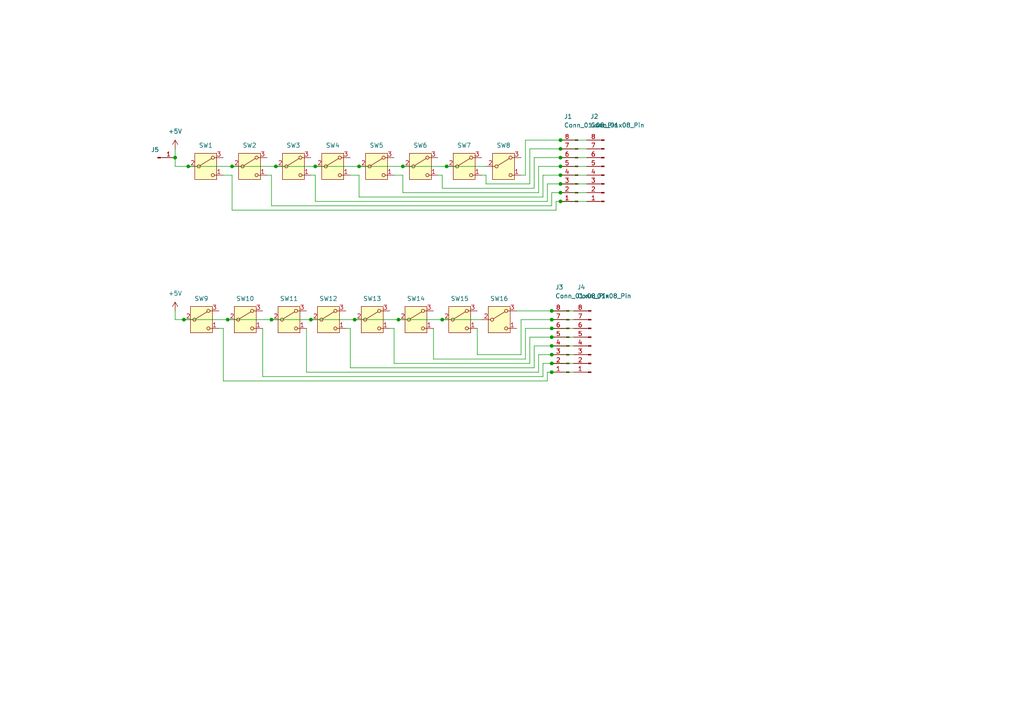
<source format=kicad_sch>
(kicad_sch (version 20250114) (generator "eeschema") (generator_version "9.0")
  (paper "A4")
  (lib_symbols
    (symbol "Connector:Conn_01x01_Pin" (pin_names (offset 1.016) (hide yes))
      (property "Reference" "J" (at 0 2.54 0))
      (property "Value" "Conn_01x01_Pin" (at 0 -2.54 0))
      (symbol "Conn_01x01_Pin_1_1"
        (rectangle (start 0.8636 0.127) (end 0 -0.127) (stroke (width 0.1524)) (fill (type outline)))
        (polyline (pts (xy 1.27 0) (xy 0.8636 0)) (stroke (width 0.1524)))
        (pin passive line (at 5.08 0 180) (length 3.81) (name "Pin_1") (number "1"))
      )
    )
    (symbol "Connector:Conn_01x08_Pin" (pin_names (offset 1.016) (hide yes))
      (property "Reference" "J" (at 0 10.16 0))
      (property "Value" "Conn_01x08_Pin" (at 0 -12.7 0))
      (symbol "Conn_01x08_Pin_1_1"
        (rectangle (start 0.8636 7.747) (end 0 7.493) (stroke (width 0.1524)) (fill (type outline)))
        (rectangle (start 0.8636 5.207) (end 0 4.953) (stroke (width 0.1524)) (fill (type outline)))
        (rectangle (start 0.8636 2.667) (end 0 2.413) (stroke (width 0.1524)) (fill (type outline)))
        (rectangle (start 0.8636 0.127) (end 0 -0.127) (stroke (width 0.1524)) (fill (type outline)))
        (rectangle (start 0.8636 -2.413) (end 0 -2.667) (stroke (width 0.1524)) (fill (type outline)))
        (rectangle (start 0.8636 -4.953) (end 0 -5.207) (stroke (width 0.1524)) (fill (type outline)))
        (rectangle (start 0.8636 -7.493) (end 0 -7.747) (stroke (width 0.1524)) (fill (type outline)))
        (rectangle (start 0.8636 -10.033) (end 0 -10.287) (stroke (width 0.1524)) (fill (type outline)))
        (polyline (pts (xy 1.27 7.62) (xy 0.8636 7.62)) (stroke (width 0.1524)))
        (polyline (pts (xy 1.27 5.08) (xy 0.8636 5.08)) (stroke (width 0.1524)))
        (polyline (pts (xy 1.27 2.54) (xy 0.8636 2.54)) (stroke (width 0.1524)))
        (polyline (pts (xy 1.27 0) (xy 0.8636 0)) (stroke (width 0.1524)))
        (polyline (pts (xy 1.27 -2.54) (xy 0.8636 -2.54)) (stroke (width 0.1524)))
        (polyline (pts (xy 1.27 -5.08) (xy 0.8636 -5.08)) (stroke (width 0.1524)))
        (polyline (pts (xy 1.27 -7.62) (xy 0.8636 -7.62)) (stroke (width 0.1524)))
        (polyline (pts (xy 1.27 -10.16) (xy 0.8636 -10.16)) (stroke (width 0.1524)))
        (pin passive line (at 5.08 7.62 180) (length 3.81) (name "Pin_1") (number "1"))
        (pin passive line (at 5.08 5.08 180) (length 3.81) (name "Pin_2") (number "2"))
        (pin passive line (at 5.08 2.54 180) (length 3.81) (name "Pin_3") (number "3"))
        (pin passive line (at 5.08 0 180) (length 3.81) (name "Pin_4") (number "4"))
        (pin passive line (at 5.08 -2.54 180) (length 3.81) (name "Pin_5") (number "5"))
        (pin passive line (at 5.08 -5.08 180) (length 3.81) (name "Pin_6") (number "6"))
        (pin passive line (at 5.08 -7.62 180) (length 3.81) (name "Pin_7") (number "7"))
        (pin passive line (at 5.08 -10.16 180) (length 3.81) (name "Pin_8") (number "8"))
      )
    )
    (symbol "Switch:SW_Nidec_CAS-120A1" (pin_names (offset 1) (hide yes))
      (property "Reference" "SW" (at 0 4.318 0))
      (property "Value" "SW_Nidec_CAS-120A1" (at 0 -5.08 0))
      (symbol "SW_Nidec_CAS-120A1_0_1"
        (circle (center -2.032 0) (radius 0.4572))
        (polyline (pts (xy -1.651 0.254) (xy 1.651 2.286)))
        (circle (center 2.032 2.54) (radius 0.4572))
        (circle (center 2.032 -2.54) (radius 0.4572))
      )
      (symbol "SW_Nidec_CAS-120A1_1_1"
        (rectangle (start -3.175 3.81) (end 3.175 -3.81) (fill (type background)))
        (pin passive line (at -5.08 0 0) (length 2.54) (name "B") (number "2"))
        (pin passive line (at 5.08 2.54 180) (length 2.54) (name "A") (number "3"))
        (pin passive line (at 5.08 -2.54 180) (length 2.54) (name "C") (number "1"))
      )
    )
    (symbol "power:+5V" (power) (pin_numbers (hide yes)) (pin_names (offset 0) (hide yes))
      (property "Value" "+5V" (at 0 3.556 0))
      (symbol "+5V_0_1"
        (polyline (pts (xy -0.762 1.27) (xy 0 2.54)))
        (polyline (pts (xy 0 2.54) (xy 0.762 1.27)))
        (polyline (pts (xy 0 0) (xy 0 2.54)))
      )
      (symbol "+5V_1_1"
        (pin power_in line (at 0 0 90) (length 0) (name "~") (number "1"))
      )
    )
  )
  (junction (at 160.02 95.25))
  (junction (at 160.02 102.87))
  (junction (at 162.56 45.72))
  (junction (at 115.57 92.71))
  (junction (at 162.56 58.42))
  (junction (at 80.01 48.26))
  (junction (at 162.56 43.18))
  (junction (at 162.56 55.88))
  (junction (at 102.87 92.71))
  (junction (at 162.56 48.26))
  (junction (at 90.17 92.71))
  (junction (at 162.56 50.8))
  (junction (at 129.54 48.26))
  (junction (at 160.02 97.79))
  (junction (at 160.02 100.33))
  (junction (at 162.56 40.64))
  (junction (at 160.02 92.71))
  (junction (at 78.74 92.71))
  (junction (at 160.02 107.95))
  (junction (at 128.27 92.71))
  (junction (at 116.84 48.26))
  (junction (at 91.44 48.26))
  (junction (at 67.31 48.26))
  (junction (at 53.34 92.71))
  (junction (at 104.14 48.26))
  (junction (at 66.04 92.71))
  (junction (at 54.61 48.26))
  (junction (at 160.02 105.41))
  (junction (at 162.56 53.34))
  (junction (at 160.02 90.17))
  (junction (at 50.8 45.72))
  (wire (pts (xy 114.3 95.25) (xy 113.03 95.25)))
  (wire (pts (xy 138.43 102.87) (xy 151.13 102.87)))
  (wire (pts (xy 76.2 95.25) (xy 76.2 109.22)))
  (wire (pts (xy 53.34 92.71) (xy 66.04 92.71)))
  (wire (pts (xy 160.02 59.69) (xy 160.02 55.88)))
  (wire (pts (xy 162.56 45.72) (xy 170.18 45.72)))
  (wire (pts (xy 91.44 50.8) (xy 91.44 58.42)))
  (wire (pts (xy 160.02 100.33) (xy 166.37 100.33)))
  (wire (pts (xy 162.56 43.18) (xy 170.18 43.18)))
  (wire (pts (xy 67.31 50.8) (xy 67.31 60.96)))
  (wire (pts (xy 154.94 100.33) (xy 160.02 100.33)))
  (wire (pts (xy 76.2 109.22) (xy 157.48 109.22)))
  (wire (pts (xy 162.56 48.26) (xy 170.18 48.26)))
  (wire (pts (xy 88.9 107.95) (xy 156.21 107.95)))
  (wire (pts (xy 101.6 50.8) (xy 104.14 50.8)))
  (wire (pts (xy 151.13 50.8) (xy 152.4 50.8)))
  (wire (pts (xy 157.48 57.15) (xy 157.48 50.8)))
  (wire (pts (xy 90.17 92.71) (xy 102.87 92.71)))
  (wire (pts (xy 64.77 110.49) (xy 64.77 95.25)))
  (wire (pts (xy 50.8 45.72) (xy 50.8 48.26)))
  (wire (pts (xy 160.02 95.25) (xy 166.37 95.25)))
  (wire (pts (xy 160.02 90.17) (xy 166.37 90.17)))
  (wire (pts (xy 116.84 55.88) (xy 156.21 55.88)))
  (wire (pts (xy 50.8 90.17) (xy 50.8 92.71)))
  (wire (pts (xy 90.17 50.8) (xy 91.44 50.8)))
  (wire (pts (xy 101.6 106.68) (xy 101.6 95.25)))
  (wire (pts (xy 161.29 58.42) (xy 162.56 58.42)))
  (wire (pts (xy 162.56 53.34) (xy 170.18 53.34)))
  (wire (pts (xy 88.9 95.25) (xy 88.9 107.95)))
  (wire (pts (xy 101.6 95.25) (xy 100.33 95.25)))
  (wire (pts (xy 162.56 58.42) (xy 170.18 58.42)))
  (wire (pts (xy 125.73 104.14) (xy 152.4 104.14)))
  (wire (pts (xy 156.21 102.87) (xy 160.02 102.87)))
  (wire (pts (xy 77.47 50.8) (xy 78.74 50.8)))
  (wire (pts (xy 151.13 92.71) (xy 160.02 92.71)))
  (wire (pts (xy 114.3 50.8) (xy 116.84 50.8)))
  (wire (pts (xy 154.94 45.72) (xy 162.56 45.72)))
  (wire (pts (xy 160.02 92.71) (xy 166.37 92.71)))
  (wire (pts (xy 115.57 92.71) (xy 128.27 92.71)))
  (wire (pts (xy 138.43 95.25) (xy 138.43 102.87)))
  (wire (pts (xy 50.8 43.18) (xy 50.8 45.72)))
  (wire (pts (xy 80.01 48.26) (xy 91.44 48.26)))
  (wire (pts (xy 128.27 54.61) (xy 154.94 54.61)))
  (wire (pts (xy 78.74 59.69) (xy 160.02 59.69)))
  (wire (pts (xy 156.21 48.26) (xy 162.56 48.26)))
  (wire (pts (xy 78.74 50.8) (xy 78.74 59.69)))
  (wire (pts (xy 156.21 107.95) (xy 156.21 102.87)))
  (wire (pts (xy 158.75 58.42) (xy 158.75 53.34)))
  (wire (pts (xy 162.56 50.8) (xy 170.18 50.8)))
  (wire (pts (xy 149.86 90.17) (xy 160.02 90.17)))
  (wire (pts (xy 78.74 92.71) (xy 90.17 92.71)))
  (wire (pts (xy 153.67 105.41) (xy 153.67 97.79)))
  (wire (pts (xy 161.29 60.96) (xy 161.29 58.42)))
  (wire (pts (xy 152.4 95.25) (xy 160.02 95.25)))
  (wire (pts (xy 153.67 53.34) (xy 153.67 43.18)))
  (wire (pts (xy 162.56 55.88) (xy 170.18 55.88)))
  (wire (pts (xy 152.4 40.64) (xy 162.56 40.64)))
  (wire (pts (xy 91.44 48.26) (xy 104.14 48.26)))
  (wire (pts (xy 140.97 53.34) (xy 153.67 53.34)))
  (wire (pts (xy 160.02 97.79) (xy 166.37 97.79)))
  (wire (pts (xy 157.48 105.41) (xy 160.02 105.41)))
  (wire (pts (xy 91.44 58.42) (xy 158.75 58.42)))
  (wire (pts (xy 160.02 102.87) (xy 166.37 102.87)))
  (wire (pts (xy 125.73 95.25) (xy 125.73 104.14)))
  (wire (pts (xy 140.97 50.8) (xy 140.97 53.34)))
  (wire (pts (xy 114.3 105.41) (xy 114.3 95.25)))
  (wire (pts (xy 160.02 55.88) (xy 162.56 55.88)))
  (wire (pts (xy 50.8 48.26) (xy 54.61 48.26)))
  (wire (pts (xy 54.61 48.26) (xy 67.31 48.26)))
  (wire (pts (xy 127 50.8) (xy 128.27 50.8)))
  (wire (pts (xy 104.14 57.15) (xy 157.48 57.15)))
  (wire (pts (xy 160.02 105.41) (xy 166.37 105.41)))
  (wire (pts (xy 151.13 102.87) (xy 151.13 92.71)))
  (wire (pts (xy 157.48 109.22) (xy 157.48 105.41)))
  (wire (pts (xy 114.3 105.41) (xy 153.67 105.41)))
  (wire (pts (xy 153.67 43.18) (xy 162.56 43.18)))
  (wire (pts (xy 64.77 50.8) (xy 67.31 50.8)))
  (wire (pts (xy 154.94 106.68) (xy 154.94 100.33)))
  (wire (pts (xy 158.75 110.49) (xy 158.75 107.95)))
  (wire (pts (xy 156.21 55.88) (xy 156.21 48.26)))
  (wire (pts (xy 129.54 48.26) (xy 140.97 48.26)))
  (wire (pts (xy 153.67 97.79) (xy 160.02 97.79)))
  (wire (pts (xy 158.75 107.95) (xy 160.02 107.95)))
  (wire (pts (xy 139.7 50.8) (xy 140.97 50.8)))
  (wire (pts (xy 116.84 50.8) (xy 116.84 55.88)))
  (wire (pts (xy 116.84 48.26) (xy 129.54 48.26)))
  (wire (pts (xy 128.27 50.8) (xy 128.27 54.61)))
  (wire (pts (xy 128.27 92.71) (xy 139.7 92.71)))
  (wire (pts (xy 104.14 50.8) (xy 104.14 57.15)))
  (wire (pts (xy 157.48 50.8) (xy 162.56 50.8)))
  (wire (pts (xy 50.8 92.71) (xy 53.34 92.71)))
  (wire (pts (xy 67.31 60.96) (xy 161.29 60.96)))
  (wire (pts (xy 152.4 104.14) (xy 152.4 95.25)))
  (wire (pts (xy 162.56 40.64) (xy 170.18 40.64)))
  (wire (pts (xy 67.31 48.26) (xy 80.01 48.26)))
  (wire (pts (xy 64.77 95.25) (xy 63.5 95.25)))
  (wire (pts (xy 101.6 106.68) (xy 154.94 106.68)))
  (wire (pts (xy 152.4 50.8) (xy 152.4 40.64)))
  (wire (pts (xy 158.75 53.34) (xy 162.56 53.34)))
  (wire (pts (xy 154.94 54.61) (xy 154.94 45.72)))
  (wire (pts (xy 102.87 92.71) (xy 115.57 92.71)))
  (wire (pts (xy 160.02 107.95) (xy 166.37 107.95)))
  (wire (pts (xy 66.04 92.71) (xy 78.74 92.71)))
  (wire (pts (xy 104.14 48.26) (xy 116.84 48.26)))
  (wire (pts (xy 64.77 110.49) (xy 158.75 110.49)))
  (symbol (lib_id "power:+5V") (at 50.8 43.18 0) (unit 1)
    (property "Reference" "#PWR01" (effects (hide yes)))
    (property "Value" "+5V" (at 50.8 38.1 0))
    (property "Description" "Power symbol creates a global label with name \"+5V\"" (effects (hide yes)))
  )
  (symbol (lib_id "Switch:SW_Nidec_CAS-120A1") (at 146.05 48.26 0) (unit 1)
    (property "Reference" "SW8" (at 146.05 42.164 0))
    (property "Value" "SW_Nidec_CAS-120A1" (effects (hide yes)))
    (property "Footprint" "Connector_PinHeader_1.27mm:5mm_Linear_Switch" (effects (hide yes)))
    (property "Datasheet" "https://www.nidec-components.com/e/catalog/switch/cas.pdf" (effects (hide yes)))
    (property "Description" "Switch, single pole double throw" (effects (hide yes)))
  )
  (symbol (lib_id "Connector:Conn_01x08_Pin") (at 165.1 100.33 180) (unit 1)
    (property "Reference" "J3" (at 161.036 83.312 0) (effects (justify right)))
    (property "Value" "Conn_01x08_Pin" (at 161.036 85.852 0) (effects (justify right)))
    (property "Footprint" "Connector_PinSocket_2.54mm:PinSocket_2x04_P2.54mm_Vertical" (effects (hide yes)))
    (property "Description" "Generic connector, single row, 01x08, script generated" (effects (hide yes)))
  )
  (symbol (lib_id "Switch:SW_Nidec_CAS-120A1") (at 95.25 92.71 0) (unit 1)
    (property "Reference" "SW12" (at 95.25 86.614 0))
    (property "Value" "SW_Nidec_CAS-120A1" (effects (hide yes)))
    (property "Footprint" "Connector_PinHeader_1.27mm:5mm_Linear_Switch" (effects (hide yes)))
    (property "Datasheet" "https://www.nidec-components.com/e/catalog/switch/cas.pdf" (effects (hide yes)))
    (property "Description" "Switch, single pole double throw" (effects (hide yes)))
  )
  (symbol (lib_id "Switch:SW_Nidec_CAS-120A1") (at 72.39 48.26 0) (unit 1)
    (property "Reference" "SW2" (at 72.39 42.164 0))
    (property "Value" "SW_Nidec_CAS-120A1" (effects (hide yes)))
    (property "Footprint" "Connector_PinHeader_1.27mm:5mm_Linear_Switch" (effects (hide yes)))
    (property "Datasheet" "https://www.nidec-components.com/e/catalog/switch/cas.pdf" (effects (hide yes)))
    (property "Description" "Switch, single pole double throw" (effects (hide yes)))
  )
  (symbol (lib_id "power:+5V") (at 50.8 90.17 0) (unit 1)
    (property "Reference" "#PWR02" (effects (hide yes)))
    (property "Value" "+5V" (at 50.8 85.09 0))
    (property "Description" "Power symbol creates a global label with name \"+5V\"" (effects (hide yes)))
  )
  (symbol (lib_id "Switch:SW_Nidec_CAS-120A1") (at 120.65 92.71 0) (unit 1)
    (property "Reference" "SW14" (at 120.65 86.614 0))
    (property "Value" "SW_Nidec_CAS-120A1" (effects (hide yes)))
    (property "Footprint" "Connector_PinHeader_1.27mm:5mm_Linear_Switch" (effects (hide yes)))
    (property "Datasheet" "https://www.nidec-components.com/e/catalog/switch/cas.pdf" (effects (hide yes)))
    (property "Description" "Switch, single pole double throw" (effects (hide yes)))
  )
  (symbol (lib_id "Switch:SW_Nidec_CAS-120A1") (at 83.82 92.71 0) (unit 1)
    (property "Reference" "SW11" (at 83.82 86.614 0))
    (property "Value" "SW_Nidec_CAS-120A1" (effects (hide yes)))
    (property "Footprint" "Connector_PinHeader_1.27mm:5mm_Linear_Switch" (effects (hide yes)))
    (property "Datasheet" "https://www.nidec-components.com/e/catalog/switch/cas.pdf" (effects (hide yes)))
    (property "Description" "Switch, single pole double throw" (effects (hide yes)))
  )
  (symbol (lib_id "Connector:Conn_01x08_Pin") (at 175.26 50.8 180) (unit 1)
    (property "Reference" "J2" (at 171.196 33.782 0) (effects (justify right)))
    (property "Value" "Conn_01x08_Pin" (at 171.196 36.322 0) (effects (justify right)))
    (property "Footprint" "Connector_PinSocket_2.54mm:PinSocket_2x04_P2.54mm_Vertical" (effects (hide yes)))
    (property "Description" "Generic connector, single row, 01x08, script generated" (effects (hide yes)))
  )
  (symbol (lib_id "Switch:SW_Nidec_CAS-120A1") (at 121.92 48.26 0) (unit 1)
    (property "Reference" "SW6" (at 121.92 42.164 0))
    (property "Value" "SW_Nidec_CAS-120A1" (effects (hide yes)))
    (property "Footprint" "Connector_PinHeader_1.27mm:5mm_Linear_Switch" (effects (hide yes)))
    (property "Datasheet" "https://www.nidec-components.com/e/catalog/switch/cas.pdf" (effects (hide yes)))
    (property "Description" "Switch, single pole double throw" (effects (hide yes)))
  )
  (symbol (lib_id "Switch:SW_Nidec_CAS-120A1") (at 109.22 48.26 0) (unit 1)
    (property "Reference" "SW5" (at 109.22 42.164 0))
    (property "Value" "SW_Nidec_CAS-120A1" (effects (hide yes)))
    (property "Footprint" "Connector_PinHeader_1.27mm:5mm_Linear_Switch" (effects (hide yes)))
    (property "Datasheet" "https://www.nidec-components.com/e/catalog/switch/cas.pdf" (effects (hide yes)))
    (property "Description" "Switch, single pole double throw" (effects (hide yes)))
  )
  (symbol (lib_id "Switch:SW_Nidec_CAS-120A1") (at 144.78 92.71 0) (unit 1)
    (property "Reference" "SW16" (at 144.78 86.614 0))
    (property "Value" "SW_Nidec_CAS-120A1" (effects (hide yes)))
    (property "Footprint" "Connector_PinHeader_1.27mm:5mm_Linear_Switch" (effects (hide yes)))
    (property "Datasheet" "https://www.nidec-components.com/e/catalog/switch/cas.pdf" (effects (hide yes)))
    (property "Description" "Switch, single pole double throw" (effects (hide yes)))
  )
  (symbol (lib_id "Switch:SW_Nidec_CAS-120A1") (at 59.69 48.26 0) (unit 1)
    (property "Reference" "SW1" (at 59.69 42.164 0))
    (property "Value" "SW_Nidec_CAS-120A1" (effects (hide yes)))
    (property "Footprint" "Connector_PinHeader_1.27mm:5mm_Linear_Switch" (effects (hide yes)))
    (property "Datasheet" "https://www.nidec-components.com/e/catalog/switch/cas.pdf" (effects (hide yes)))
    (property "Description" "Switch, single pole double throw" (effects (hide yes)))
  )
  (symbol (lib_id "Connector:Conn_01x08_Pin") (at 167.64 50.8 180) (unit 1)
    (property "Reference" "J1" (at 163.576 33.782 0) (effects (justify right)))
    (property "Value" "Conn_01x08_Pin" (at 163.576 36.322 0) (effects (justify right)))
    (property "Footprint" "Connector_PinSocket_2.54mm:PinSocket_2x04_P2.54mm_Vertical" (effects (hide yes)))
    (property "Description" "Generic connector, single row, 01x08, script generated" (effects (hide yes)))
  )
  (symbol (lib_id "Connector:Conn_01x08_Pin") (at 171.45 100.33 180) (unit 1)
    (property "Reference" "J4" (at 167.386 83.312 0) (effects (justify right)))
    (property "Value" "Conn_01x08_Pin" (at 167.386 85.852 0) (effects (justify right)))
    (property "Footprint" "Connector_PinSocket_2.54mm:PinSocket_2x04_P2.54mm_Vertical" (effects (hide yes)))
    (property "Description" "Generic connector, single row, 01x08, script generated" (effects (hide yes)))
  )
  (symbol (lib_id "Switch:SW_Nidec_CAS-120A1") (at 107.95 92.71 0) (unit 1)
    (property "Reference" "SW13" (at 107.95 86.614 0))
    (property "Value" "SW_Nidec_CAS-120A1" (effects (hide yes)))
    (property "Footprint" "Connector_PinHeader_1.27mm:5mm_Linear_Switch" (effects (hide yes)))
    (property "Datasheet" "https://www.nidec-components.com/e/catalog/switch/cas.pdf" (effects (hide yes)))
    (property "Description" "Switch, single pole double throw" (effects (hide yes)))
  )
  (symbol (lib_id "Switch:SW_Nidec_CAS-120A1") (at 134.62 48.26 0) (unit 1)
    (property "Reference" "SW7" (at 134.62 42.164 0))
    (property "Value" "SW_Nidec_CAS-120A1" (effects (hide yes)))
    (property "Footprint" "Connector_PinHeader_1.27mm:5mm_Linear_Switch" (effects (hide yes)))
    (property "Datasheet" "https://www.nidec-components.com/e/catalog/switch/cas.pdf" (effects (hide yes)))
    (property "Description" "Switch, single pole double throw" (effects (hide yes)))
  )
  (symbol (lib_id "Connector:Conn_01x01_Pin") (at 45.72 45.72 0) (unit 1)
    (property "Reference" "J5" (at 44.958 43.434 0))
    (property "Value" "Conn_01x01_Pin" (effects (hide yes)))
    (property "Description" "Generic connector, single row, 01x01, script generated" (effects (hide yes)))
  )
  (symbol (lib_id "Switch:SW_Nidec_CAS-120A1") (at 58.42 92.71 0) (unit 1)
    (property "Reference" "SW9" (at 58.42 86.614 0))
    (property "Value" "SW_Nidec_CAS-120A1" (effects (hide yes)))
    (property "Footprint" "Connector_PinHeader_1.27mm:5mm_Linear_Switch" (effects (hide yes)))
    (property "Datasheet" "https://www.nidec-components.com/e/catalog/switch/cas.pdf" (effects (hide yes)))
    (property "Description" "Switch, single pole double throw" (effects (hide yes)))
  )
  (symbol (lib_id "Switch:SW_Nidec_CAS-120A1") (at 85.09 48.26 0) (unit 1)
    (property "Reference" "SW3" (at 85.09 42.164 0))
    (property "Value" "SW_Nidec_CAS-120A1" (effects (hide yes)))
    (property "Footprint" "Connector_PinHeader_1.27mm:5mm_Linear_Switch" (effects (hide yes)))
    (property "Datasheet" "https://www.nidec-components.com/e/catalog/switch/cas.pdf" (effects (hide yes)))
    (property "Description" "Switch, single pole double throw" (effects (hide yes)))
  )
  (symbol (lib_id "Switch:SW_Nidec_CAS-120A1") (at 96.52 48.26 0) (unit 1)
    (property "Reference" "SW4" (at 96.52 42.164 0))
    (property "Value" "SW_Nidec_CAS-120A1" (effects (hide yes)))
    (property "Footprint" "Connector_PinHeader_1.27mm:5mm_Linear_Switch" (effects (hide yes)))
    (property "Datasheet" "https://www.nidec-components.com/e/catalog/switch/cas.pdf" (effects (hide yes)))
    (property "Description" "Switch, single pole double throw" (effects (hide yes)))
  )
  (symbol (lib_id "Switch:SW_Nidec_CAS-120A1") (at 133.35 92.71 0) (unit 1)
    (property "Reference" "SW15" (at 133.35 86.614 0))
    (property "Value" "SW_Nidec_CAS-120A1" (effects (hide yes)))
    (property "Footprint" "Connector_PinHeader_1.27mm:5mm_Linear_Switch" (effects (hide yes)))
    (property "Datasheet" "https://www.nidec-components.com/e/catalog/switch/cas.pdf" (effects (hide yes)))
    (property "Description" "Switch, single pole double throw" (effects (hide yes)))
  )
  (symbol (lib_id "Switch:SW_Nidec_CAS-120A1") (at 71.12 92.71 0) (unit 1)
    (property "Reference" "SW10" (at 71.12 86.614 0))
    (property "Value" "SW_Nidec_CAS-120A1" (effects (hide yes)))
    (property "Footprint" "Connector_PinHeader_1.27mm:5mm_Linear_Switch" (effects (hide yes)))
    (property "Datasheet" "https://www.nidec-components.com/e/catalog/switch/cas.pdf" (effects (hide yes)))
    (property "Description" "Switch, single pole double throw" (effects (hide yes)))
  )
)
</source>
